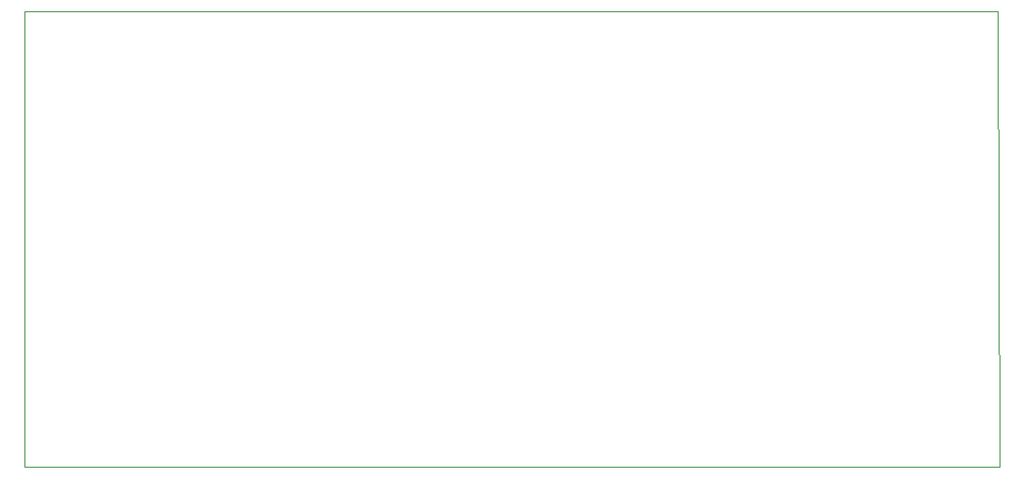
<source format=gbr>
%TF.GenerationSoftware,KiCad,Pcbnew,(5.1.10)-1*%
%TF.CreationDate,2021-08-31T13:48:21-07:00*%
%TF.ProjectId,Power Supply,506f7765-7220-4537-9570-706c792e6b69,rev?*%
%TF.SameCoordinates,Original*%
%TF.FileFunction,Profile,NP*%
%FSLAX46Y46*%
G04 Gerber Fmt 4.6, Leading zero omitted, Abs format (unit mm)*
G04 Created by KiCad (PCBNEW (5.1.10)-1) date 2021-08-31 13:48:21*
%MOMM*%
%LPD*%
G01*
G04 APERTURE LIST*
%TA.AperFunction,Profile*%
%ADD10C,0.050000*%
%TD*%
G04 APERTURE END LIST*
D10*
X261239000Y-31877000D02*
X261239000Y-32258000D01*
X175260000Y-31877000D02*
X261239000Y-31877000D01*
X173609000Y-31877000D02*
X175260000Y-31877000D01*
X173609000Y-72898000D02*
X173609000Y-31877000D01*
X261366000Y-72898000D02*
X261239000Y-32258000D01*
X173609000Y-72898000D02*
X261366000Y-72898000D01*
M02*

</source>
